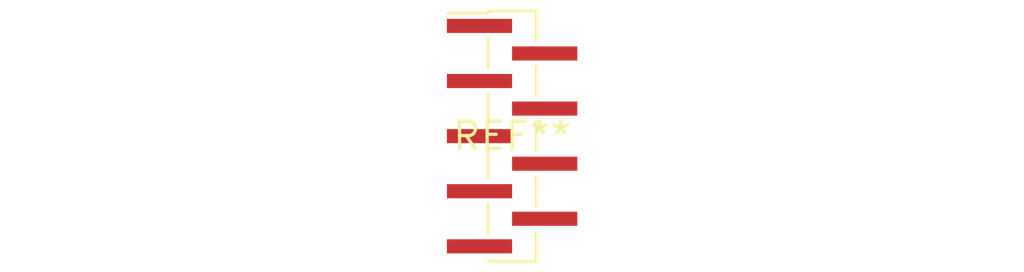
<source format=kicad_pcb>
(kicad_pcb (version 20240108) (generator pcbnew)
  (layers (0 "F.Cu" signal) (31 "B.Cu" signal) (34 "B.Paste" user) (35 "F.Paste" user) (36 "B.SilkS" user "B.Silkscreen") (37 "F.SilkS" user "F.Silkscreen") (38 "B.Mask" user) (39 "F.Mask" user) (44 "Edge.Cuts" user))
  (net 0 "")
  (footprint "PinHeader_1x09_P1.27mm_Vertical_SMD_Pin1Left" (layer "F.Cu") (at 0 0)
    (property "Reference" "REF**")
    (property "Value" "PinHeader_1x09_P1.27mm_Vertical_SMD_Pin1Left")
    (fp_line (start -1.11 -5.775) (end -1.11 -5.665) (layer "F.SilkS") (stroke (width 0.12)))
    (fp_line (start -1.11 -5.775) (end 1.11 -5.775) (layer "F.SilkS") (stroke (width 0.12)))
    (fp_line (start -1.11 -5.665) (end -2.94 -5.665) (layer "F.SilkS") (stroke (width 0.12)))
    (fp_line (start -1.11 -4.495) (end -1.11 -3.125) (layer "F.SilkS") (stroke (width 0.12)))
    (fp_line (start -1.11 -1.955) (end -1.11 -0.585) (layer "F.SilkS") (stroke (width 0.12)))
    (fp_line (start -1.11 0.585) (end -1.11 1.955) (layer "F.SilkS") (stroke (width 0.12)))
    (fp_line (start -1.11 3.125) (end -1.11 4.495) (layer "F.SilkS") (stroke (width 0.12)))
    (fp_line (start -1.11 5.775) (end 1.11 5.775) (layer "F.SilkS") (stroke (width 0.12)))
    (fp_line (start 1.11 -5.765) (end 1.11 -4.395) (layer "F.SilkS") (stroke (width 0.12)))
    (fp_line (start 1.11 -3.225) (end 1.11 -1.855) (layer "F.SilkS") (stroke (width 0.12)))
    (fp_line (start 1.11 -0.685) (end 1.11 0.685) (layer "F.SilkS") (stroke (width 0.12)))
    (fp_line (start 1.11 1.855) (end 1.11 3.225) (layer "F.SilkS") (stroke (width 0.12)))
    (fp_line (start 1.11 4.395) (end 1.11 5.765) (layer "F.SilkS") (stroke (width 0.12)))
    (fp_line (start 1.11 5.665) (end 1.11 5.775) (layer "F.SilkS") (stroke (width 0.12)))
    (pad "1" smd rect (at -1.5 -5.08) (size 3 0.65) (layers "F.Cu" "F.Paste" "F.Mask"))
    (pad "2" smd rect (at 1.5 -3.81) (size 3 0.65) (layers "F.Cu" "F.Paste" "F.Mask"))
    (pad "3" smd rect (at -1.5 -2.54) (size 3 0.65) (layers "F.Cu" "F.Paste" "F.Mask"))
    (pad "4" smd rect (at 1.5 -1.27) (size 3 0.65) (layers "F.Cu" "F.Paste" "F.Mask"))
    (pad "5" smd rect (at -1.5 0) (size 3 0.65) (layers "F.Cu" "F.Paste" "F.Mask"))
    (pad "6" smd rect (at 1.5 1.27) (size 3 0.65) (layers "F.Cu" "F.Paste" "F.Mask"))
    (pad "7" smd rect (at -1.5 2.54) (size 3 0.65) (layers "F.Cu" "F.Paste" "F.Mask"))
    (pad "8" smd rect (at 1.5 3.81) (size 3 0.65) (layers "F.Cu" "F.Paste" "F.Mask"))
    (pad "9" smd rect (at -1.5 5.08) (size 3 0.65) (layers "F.Cu" "F.Paste" "F.Mask"))
  )
)
</source>
